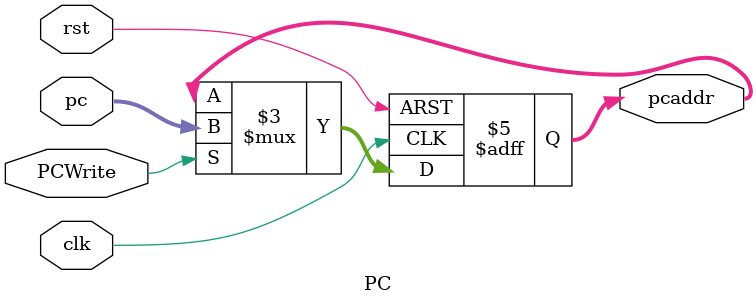
<source format=v>
`timescale 1ns / 1ps


module PC(
    input PCWrite,
    input clk,
    input rst,
    input [31:0]pc,
    output reg [31:0]pcaddr
);
    always@(posedge clk or posedge rst) begin
        if(rst)
            pcaddr <= 32'b0;
        else if(PCWrite == 1)
            pcaddr <= pc;
    end
endmodule

</source>
